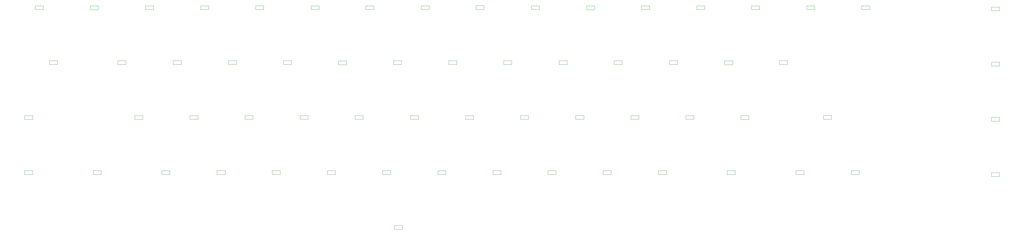
<source format=gbr>
G04 #@! TF.GenerationSoftware,KiCad,Pcbnew,(5.1.5)-2*
G04 #@! TF.CreationDate,2020-02-23T11:28:55+01:00*
G04 #@! TF.ProjectId,VIC20_kbd,56494332-305f-46b6-9264-2e6b69636164,rev?*
G04 #@! TF.SameCoordinates,Original*
G04 #@! TF.FileFunction,Other,User*
%FSLAX46Y46*%
G04 Gerber Fmt 4.6, Leading zero omitted, Abs format (unit mm)*
G04 Created by KiCad (PCBNEW (5.1.5)-2) date 2020-02-23 11:28:55*
%MOMM*%
%LPD*%
G04 APERTURE LIST*
%ADD10C,0.050000*%
G04 APERTURE END LIST*
D10*
X21870000Y-61030000D02*
X21870000Y-59690000D01*
X24670000Y-61030000D02*
X21870000Y-61030000D01*
X24670000Y-59690000D02*
X24670000Y-61030000D01*
X21870000Y-59690000D02*
X24670000Y-59690000D01*
X60320000Y-60960000D02*
X60320000Y-59620000D01*
X63120000Y-60960000D02*
X60320000Y-60960000D01*
X63120000Y-59620000D02*
X63120000Y-60960000D01*
X60320000Y-59620000D02*
X63120000Y-59620000D01*
X98760000Y-60960000D02*
X98760000Y-59620000D01*
X101560000Y-60960000D02*
X98760000Y-60960000D01*
X101560000Y-59620000D02*
X101560000Y-60960000D01*
X98760000Y-59620000D02*
X101560000Y-59620000D01*
X137130000Y-60960000D02*
X137130000Y-59620000D01*
X139930000Y-60960000D02*
X137130000Y-60960000D01*
X139930000Y-59620000D02*
X139930000Y-60960000D01*
X137130000Y-59620000D02*
X139930000Y-59620000D01*
X175460000Y-60960000D02*
X175460000Y-59620000D01*
X178260000Y-60960000D02*
X175460000Y-60960000D01*
X178260000Y-59620000D02*
X178260000Y-60960000D01*
X175460000Y-59620000D02*
X178260000Y-59620000D01*
X213780000Y-60960000D02*
X213780000Y-59620000D01*
X216580000Y-60960000D02*
X213780000Y-60960000D01*
X216580000Y-59620000D02*
X216580000Y-60960000D01*
X213780000Y-59620000D02*
X216580000Y-59620000D01*
X252110000Y-60960000D02*
X252110000Y-59620000D01*
X254910000Y-60960000D02*
X252110000Y-60960000D01*
X254910000Y-59620000D02*
X254910000Y-60960000D01*
X252110000Y-59620000D02*
X254910000Y-59620000D01*
X290480000Y-60960000D02*
X290480000Y-59620000D01*
X293280000Y-60960000D02*
X290480000Y-60960000D01*
X293280000Y-59620000D02*
X293280000Y-60960000D01*
X290480000Y-59620000D02*
X293280000Y-59620000D01*
X2750000Y-60960000D02*
X2750000Y-59620000D01*
X5550000Y-60960000D02*
X2750000Y-60960000D01*
X5550000Y-59620000D02*
X5550000Y-60960000D01*
X2750000Y-59620000D02*
X5550000Y-59620000D01*
X50750000Y-80160000D02*
X50750000Y-78820000D01*
X53550000Y-80160000D02*
X50750000Y-80160000D01*
X53550000Y-78820000D02*
X53550000Y-80160000D01*
X50750000Y-78820000D02*
X53550000Y-78820000D01*
X89200000Y-80120000D02*
X89200000Y-78780000D01*
X92000000Y-80120000D02*
X89200000Y-80120000D01*
X92000000Y-78780000D02*
X92000000Y-80120000D01*
X89200000Y-78780000D02*
X92000000Y-78780000D01*
X127490000Y-80160000D02*
X127490000Y-78820000D01*
X130290000Y-80160000D02*
X127490000Y-80160000D01*
X130290000Y-78820000D02*
X130290000Y-80160000D01*
X127490000Y-78820000D02*
X130290000Y-78820000D01*
X165820000Y-80160000D02*
X165820000Y-78820000D01*
X168620000Y-80160000D02*
X165820000Y-80160000D01*
X168620000Y-78820000D02*
X168620000Y-80160000D01*
X165820000Y-78820000D02*
X168620000Y-78820000D01*
X204260000Y-80160000D02*
X204260000Y-78820000D01*
X207060000Y-80160000D02*
X204260000Y-80160000D01*
X207060000Y-78820000D02*
X207060000Y-80160000D01*
X204260000Y-78820000D02*
X207060000Y-78820000D01*
X242740000Y-80200000D02*
X242740000Y-78860000D01*
X245540000Y-80200000D02*
X242740000Y-80200000D01*
X245540000Y-78860000D02*
X245540000Y-80200000D01*
X242740000Y-78860000D02*
X245540000Y-78860000D01*
X277180000Y-99290000D02*
X277180000Y-97950000D01*
X279980000Y-99290000D02*
X277180000Y-99290000D01*
X279980000Y-97950000D02*
X279980000Y-99290000D01*
X277180000Y-97950000D02*
X279980000Y-97950000D01*
X7630000Y-80160000D02*
X7630000Y-78820000D01*
X10430000Y-80160000D02*
X7630000Y-80160000D01*
X10430000Y-78820000D02*
X10430000Y-80160000D01*
X7630000Y-78820000D02*
X10430000Y-78820000D01*
X37380000Y-99360000D02*
X37380000Y-98020000D01*
X40180000Y-99360000D02*
X37380000Y-99360000D01*
X40180000Y-98020000D02*
X40180000Y-99360000D01*
X37380000Y-98020000D02*
X40180000Y-98020000D01*
X75750000Y-99320000D02*
X75750000Y-97980000D01*
X78550000Y-99320000D02*
X75750000Y-99320000D01*
X78550000Y-97980000D02*
X78550000Y-99320000D01*
X75750000Y-97980000D02*
X78550000Y-97980000D01*
X114080000Y-99320000D02*
X114080000Y-97980000D01*
X116880000Y-99320000D02*
X114080000Y-99320000D01*
X116880000Y-97980000D02*
X116880000Y-99320000D01*
X114080000Y-97980000D02*
X116880000Y-97980000D01*
X152560000Y-99320000D02*
X152560000Y-97980000D01*
X155360000Y-99320000D02*
X152560000Y-99320000D01*
X155360000Y-97980000D02*
X155360000Y-99320000D01*
X152560000Y-97980000D02*
X155360000Y-97980000D01*
X190920000Y-99290000D02*
X190920000Y-97950000D01*
X193720000Y-99290000D02*
X190920000Y-99290000D01*
X193720000Y-97950000D02*
X193720000Y-99290000D01*
X190920000Y-97950000D02*
X193720000Y-97950000D01*
X229250000Y-99320000D02*
X229250000Y-97980000D01*
X232050000Y-99320000D02*
X229250000Y-99320000D01*
X232050000Y-97980000D02*
X232050000Y-99320000D01*
X229250000Y-97980000D02*
X232050000Y-97980000D01*
X286820000Y-118550000D02*
X286820000Y-117210000D01*
X289620000Y-118550000D02*
X286820000Y-118550000D01*
X289620000Y-117210000D02*
X289620000Y-118550000D01*
X286820000Y-117210000D02*
X289620000Y-117210000D01*
X-990000Y-99360000D02*
X-990000Y-98020000D01*
X1810000Y-99360000D02*
X-990000Y-99360000D01*
X1810000Y-98020000D02*
X1810000Y-99360000D01*
X-990000Y-98020000D02*
X1810000Y-98020000D01*
X22930000Y-118550000D02*
X22930000Y-117210000D01*
X25730000Y-118550000D02*
X22930000Y-118550000D01*
X25730000Y-117210000D02*
X25730000Y-118550000D01*
X22930000Y-117210000D02*
X25730000Y-117210000D01*
X66040000Y-118550000D02*
X66040000Y-117210000D01*
X68840000Y-118550000D02*
X66040000Y-118550000D01*
X68840000Y-117210000D02*
X68840000Y-118550000D01*
X66040000Y-117210000D02*
X68840000Y-117210000D01*
X104460000Y-118550000D02*
X104460000Y-117210000D01*
X107260000Y-118550000D02*
X104460000Y-118550000D01*
X107260000Y-117210000D02*
X107260000Y-118550000D01*
X104460000Y-117210000D02*
X107260000Y-117210000D01*
X142850000Y-118550000D02*
X142850000Y-117210000D01*
X145650000Y-118550000D02*
X142850000Y-118550000D01*
X145650000Y-117210000D02*
X145650000Y-118550000D01*
X142850000Y-117210000D02*
X145650000Y-117210000D01*
X181240000Y-118550000D02*
X181240000Y-117210000D01*
X184040000Y-118550000D02*
X181240000Y-118550000D01*
X184040000Y-117210000D02*
X184040000Y-118550000D01*
X181240000Y-117210000D02*
X184040000Y-117210000D01*
X219710000Y-118550000D02*
X219710000Y-117210000D01*
X222510000Y-118550000D02*
X219710000Y-118550000D01*
X222510000Y-117210000D02*
X222510000Y-118550000D01*
X219710000Y-117210000D02*
X222510000Y-117210000D01*
X267570000Y-118550000D02*
X267570000Y-117210000D01*
X270370000Y-118550000D02*
X267570000Y-118550000D01*
X270370000Y-117210000D02*
X270370000Y-118550000D01*
X267570000Y-117210000D02*
X270370000Y-117210000D01*
X127720000Y-137770000D02*
X127720000Y-136430000D01*
X130520000Y-137770000D02*
X127720000Y-137770000D01*
X130520000Y-136430000D02*
X130520000Y-137770000D01*
X127720000Y-136430000D02*
X130520000Y-136430000D01*
X46790000Y-118550000D02*
X46790000Y-117210000D01*
X49590000Y-118550000D02*
X46790000Y-118550000D01*
X49590000Y-117210000D02*
X49590000Y-118550000D01*
X46790000Y-117210000D02*
X49590000Y-117210000D01*
X85240000Y-118550000D02*
X85240000Y-117210000D01*
X88040000Y-118550000D02*
X85240000Y-118550000D01*
X88040000Y-117210000D02*
X88040000Y-118550000D01*
X85240000Y-117210000D02*
X88040000Y-117210000D01*
X123660000Y-118580000D02*
X123660000Y-117240000D01*
X126460000Y-118580000D02*
X123660000Y-118580000D01*
X126460000Y-117240000D02*
X126460000Y-118580000D01*
X123660000Y-117240000D02*
X126460000Y-117240000D01*
X162130000Y-118550000D02*
X162130000Y-117210000D01*
X164930000Y-118550000D02*
X162130000Y-118550000D01*
X164930000Y-117210000D02*
X164930000Y-118550000D01*
X162130000Y-117210000D02*
X164930000Y-117210000D01*
X200460000Y-118550000D02*
X200460000Y-117210000D01*
X203260000Y-118550000D02*
X200460000Y-118550000D01*
X203260000Y-117210000D02*
X203260000Y-118550000D01*
X200460000Y-117210000D02*
X203260000Y-117210000D01*
X243650000Y-118550000D02*
X243650000Y-117210000D01*
X246450000Y-118550000D02*
X243650000Y-118550000D01*
X246450000Y-117210000D02*
X246450000Y-118550000D01*
X243650000Y-117210000D02*
X246450000Y-117210000D01*
X335670000Y-61380000D02*
X335670000Y-60040000D01*
X338470000Y-61380000D02*
X335670000Y-61380000D01*
X338470000Y-60040000D02*
X338470000Y-61380000D01*
X335670000Y-60040000D02*
X338470000Y-60040000D01*
X-1010000Y-118580000D02*
X-1010000Y-117240000D01*
X1790000Y-118580000D02*
X-1010000Y-118580000D01*
X1790000Y-117240000D02*
X1790000Y-118580000D01*
X-1010000Y-117240000D02*
X1790000Y-117240000D01*
X56620000Y-99320000D02*
X56620000Y-97980000D01*
X59420000Y-99320000D02*
X56620000Y-99320000D01*
X59420000Y-97980000D02*
X59420000Y-99320000D01*
X56620000Y-97980000D02*
X59420000Y-97980000D01*
X94990000Y-99320000D02*
X94990000Y-97980000D01*
X97790000Y-99320000D02*
X94990000Y-99320000D01*
X97790000Y-97980000D02*
X97790000Y-99320000D01*
X94990000Y-97980000D02*
X97790000Y-97980000D01*
X133360000Y-99320000D02*
X133360000Y-97980000D01*
X136160000Y-99320000D02*
X133360000Y-99320000D01*
X136160000Y-97980000D02*
X136160000Y-99320000D01*
X133360000Y-97980000D02*
X136160000Y-97980000D01*
X171650000Y-99320000D02*
X171650000Y-97980000D01*
X174450000Y-99320000D02*
X171650000Y-99320000D01*
X174450000Y-97980000D02*
X174450000Y-99320000D01*
X171650000Y-97980000D02*
X174450000Y-97980000D01*
X210090000Y-99320000D02*
X210090000Y-97980000D01*
X212890000Y-99320000D02*
X210090000Y-99320000D01*
X212890000Y-97980000D02*
X212890000Y-99320000D01*
X210090000Y-97980000D02*
X212890000Y-97980000D01*
X248380000Y-99360000D02*
X248380000Y-98020000D01*
X251180000Y-99360000D02*
X248380000Y-99360000D01*
X251180000Y-98020000D02*
X251180000Y-99360000D01*
X248380000Y-98020000D02*
X251180000Y-98020000D01*
X335670000Y-80660000D02*
X335670000Y-79320000D01*
X338470000Y-80660000D02*
X335670000Y-80660000D01*
X338470000Y-79320000D02*
X338470000Y-80660000D01*
X335670000Y-79320000D02*
X338470000Y-79320000D01*
X31480000Y-80160000D02*
X31480000Y-78820000D01*
X34280000Y-80160000D02*
X31480000Y-80160000D01*
X34280000Y-78820000D02*
X34280000Y-80160000D01*
X31480000Y-78820000D02*
X34280000Y-78820000D01*
X69960000Y-80160000D02*
X69960000Y-78820000D01*
X72760000Y-80160000D02*
X69960000Y-80160000D01*
X72760000Y-78820000D02*
X72760000Y-80160000D01*
X69960000Y-78820000D02*
X72760000Y-78820000D01*
X108360000Y-80200000D02*
X108360000Y-78860000D01*
X111160000Y-80200000D02*
X108360000Y-80200000D01*
X111160000Y-78860000D02*
X111160000Y-80200000D01*
X108360000Y-78860000D02*
X111160000Y-78860000D01*
X146690000Y-80160000D02*
X146690000Y-78820000D01*
X149490000Y-80160000D02*
X146690000Y-80160000D01*
X149490000Y-78820000D02*
X149490000Y-80160000D01*
X146690000Y-78820000D02*
X149490000Y-78820000D01*
X185130000Y-80160000D02*
X185130000Y-78820000D01*
X187930000Y-80160000D02*
X185130000Y-80160000D01*
X187930000Y-78820000D02*
X187930000Y-80160000D01*
X185130000Y-78820000D02*
X187930000Y-78820000D01*
X223540000Y-80160000D02*
X223540000Y-78820000D01*
X226340000Y-80160000D02*
X223540000Y-80160000D01*
X226340000Y-78820000D02*
X226340000Y-80160000D01*
X223540000Y-78820000D02*
X226340000Y-78820000D01*
X261830000Y-80160000D02*
X261830000Y-78820000D01*
X264630000Y-80160000D02*
X261830000Y-80160000D01*
X264630000Y-78820000D02*
X264630000Y-80160000D01*
X261830000Y-78820000D02*
X264630000Y-78820000D01*
X335670000Y-99970000D02*
X335670000Y-98630000D01*
X338470000Y-99970000D02*
X335670000Y-99970000D01*
X338470000Y-98630000D02*
X338470000Y-99970000D01*
X335670000Y-98630000D02*
X338470000Y-98630000D01*
X41080000Y-60960000D02*
X41080000Y-59620000D01*
X43880000Y-60960000D02*
X41080000Y-60960000D01*
X43880000Y-59620000D02*
X43880000Y-60960000D01*
X41080000Y-59620000D02*
X43880000Y-59620000D01*
X79440000Y-60920000D02*
X79440000Y-59580000D01*
X82240000Y-60920000D02*
X79440000Y-60920000D01*
X82240000Y-59580000D02*
X82240000Y-60920000D01*
X79440000Y-59580000D02*
X82240000Y-59580000D01*
X117850000Y-60960000D02*
X117850000Y-59620000D01*
X120650000Y-60960000D02*
X117850000Y-60960000D01*
X120650000Y-59620000D02*
X120650000Y-60960000D01*
X117850000Y-59620000D02*
X120650000Y-59620000D01*
X156180000Y-60920000D02*
X156180000Y-59580000D01*
X158980000Y-60920000D02*
X156180000Y-60920000D01*
X158980000Y-59580000D02*
X158980000Y-60920000D01*
X156180000Y-59580000D02*
X158980000Y-59580000D01*
X194660000Y-61000000D02*
X194660000Y-59660000D01*
X197460000Y-61000000D02*
X194660000Y-61000000D01*
X197460000Y-59660000D02*
X197460000Y-61000000D01*
X194660000Y-59660000D02*
X197460000Y-59660000D01*
X233020000Y-60960000D02*
X233020000Y-59620000D01*
X235820000Y-60960000D02*
X233020000Y-60960000D01*
X235820000Y-59620000D02*
X235820000Y-60960000D01*
X233020000Y-59620000D02*
X235820000Y-59620000D01*
X271350000Y-60960000D02*
X271350000Y-59620000D01*
X274150000Y-60960000D02*
X271350000Y-60960000D01*
X274150000Y-59620000D02*
X274150000Y-60960000D01*
X271350000Y-59620000D02*
X274150000Y-59620000D01*
X335670000Y-119250000D02*
X335670000Y-117910000D01*
X338470000Y-119250000D02*
X335670000Y-119250000D01*
X338470000Y-117910000D02*
X338470000Y-119250000D01*
X335670000Y-117910000D02*
X338470000Y-117910000D01*
M02*

</source>
